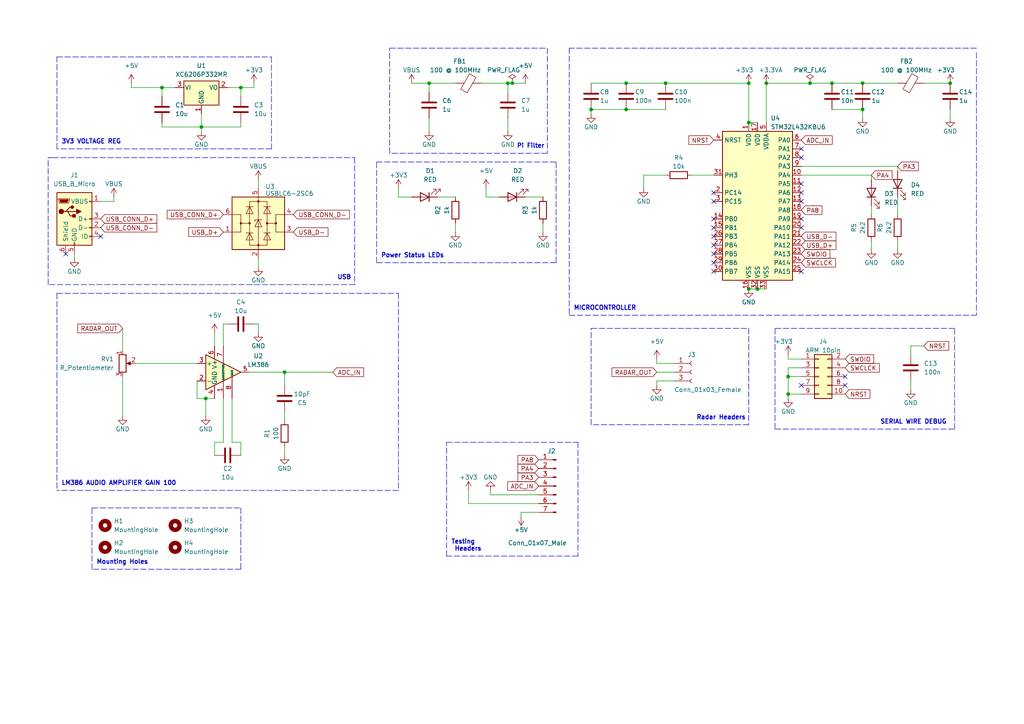
<source format=kicad_sch>
(kicad_sch (version 20231120) (generator "eeschema") (generator_version "8.0")
  (paper "A4")
  (title_block (title "STM32L4 Doppler Radar PCB") (date "2024-03-14") (rev "0") (company "University of Cape Town") (comment 1 "Author: Mishay Naidoo"))
  (lib_symbols
    (symbol "Amplifier_Audio:LM386" (pin_names (offset 0.127))
      (property "Reference" "U" (at 1.27 7.62 0))
      (property "Value" "LM386" (at 1.27 5.08 0))
      (symbol "LM386_0_1"
        (polyline (pts (xy 5.08 0) (xy -5.08 5.08) (xy -5.08 -5.08) (xy 5.08 0)) (stroke (width 0.254)) (fill (type background)))
      )
      (symbol "LM386_1_1"
        (pin input line (at 0 -7.62 90) (length 5.08) (name "GAIN") (number "1"))
        (pin input line (at -7.62 -2.54 0) (length 2.54) (name "-") (number "2"))
        (pin input line (at -7.62 2.54 0) (length 2.54) (name "+") (number "3"))
        (pin power_in line (at -2.54 -7.62 90) (length 3.81) (name "GND") (number "4"))
        (pin output line (at 7.62 0 180) (length 2.54) (name "~") (number "5"))
        (pin power_in line (at -2.54 7.62 270) (length 3.81) (name "V+") (number "6"))
        (pin input line (at 0 7.62 270) (length 5.08) (name "BYPASS") (number "7"))
        (pin input line (at 2.54 -7.62 90) (length 6.35) (name "GAIN") (number "8"))
      )
    )
    (symbol "Connector:Conn_01x03_Female" (pin_names (offset 1.016) hide)
      (property "Reference" "J" (at 0 5.08 0))
      (property "Value" "Conn_01x03_Female" (at 0 -5.08 0))
      (symbol "Conn_01x03_Female_1_1"
        (arc (start 0 -2.032) (mid -0.5058 -2.54) (end 0 -3.048) (stroke (width 0.1524)))
        (polyline (pts (xy -1.27 -2.54) (xy -0.508 -2.54)) (stroke (width 0.1524)))
        (polyline (pts (xy -1.27 0) (xy -0.508 0)) (stroke (width 0.1524)))
        (polyline (pts (xy -1.27 2.54) (xy -0.508 2.54)) (stroke (width 0.1524)))
        (arc (start 0 0.508) (mid -0.5058 0) (end 0 -0.508) (stroke (width 0.1524)))
        (arc (start 0 3.048) (mid -0.5058 2.54) (end 0 2.032) (stroke (width 0.1524)))
        (pin passive line (at -5.08 2.54 0) (length 3.81) (name "Pin_1") (number "1"))
        (pin passive line (at -5.08 0 0) (length 3.81) (name "Pin_2") (number "2"))
        (pin passive line (at -5.08 -2.54 0) (length 3.81) (name "Pin_3") (number "3"))
      )
    )
    (symbol "Connector:Conn_01x07_Male" (pin_names (offset 1.016) hide)
      (property "Reference" "J" (at 0 10.16 0))
      (property "Value" "Conn_01x07_Male" (at 0 -10.16 0))
      (symbol "Conn_01x07_Male_1_1"
        (polyline (pts (xy 1.27 -7.62) (xy 0.8636 -7.62)) (stroke (width 0.1524)))
        (polyline (pts (xy 1.27 -5.08) (xy 0.8636 -5.08)) (stroke (width 0.1524)))
        (polyline (pts (xy 1.27 -2.54) (xy 0.8636 -2.54)) (stroke (width 0.1524)))
        (polyline (pts (xy 1.27 0) (xy 0.8636 0)) (stroke (width 0.1524)))
        (polyline (pts (xy 1.27 2.54) (xy 0.8636 2.54)) (stroke (width 0.1524)))
        (polyline (pts (xy 1.27 5.08) (xy 0.8636 5.08)) (stroke (width 0.1524)))
        (polyline (pts (xy 1.27 7.62) (xy 0.8636 7.62)) (stroke (width 0.1524)))
        (rectangle (start 0.8636 -7.493) (end 0 -7.747) (stroke (width 0.1524)) (fill (type outline)))
        (rectangle (start 0.8636 -4.953) (end 0 -5.207) (stroke (width 0.1524)) (fill (type outline)))
        (rectangle (start 0.8636 -2.413) (end 0 -2.667) (stroke (width 0.1524)) (fill (type outline)))
        (rectangle (start 0.8636 0.127) (end 0 -0.127) (stroke (width 0.1524)) (fill (type outline)))
        (rectangle (start 0.8636 2.667) (end 0 2.413) (stroke (width 0.1524)) (fill (type outline)))
        (rectangle (start 0.8636 5.207) (end 0 4.953) (stroke (width 0.1524)) (fill (type outline)))
        (rectangle (start 0.8636 7.747) (end 0 7.493) (stroke (width 0.1524)) (fill (type outline)))
        (pin passive line (at 5.08 7.62 180) (length 3.81) (name "Pin_1") (number "1"))
        (pin passive line (at 5.08 5.08 180) (length 3.81) (name "Pin_2") (number "2"))
        (pin passive line (at 5.08 2.54 180) (length 3.81) (name "Pin_3") (number "3"))
        (pin passive line (at 5.08 0 180) (length 3.81) (name "Pin_4") (number "4"))
        (pin passive line (at 5.08 -2.54 180) (length 3.81) (name "Pin_5") (number "5"))
        (pin passive line (at 5.08 -5.08 180) (length 3.81) (name "Pin_6") (number "6"))
        (pin passive line (at 5.08 -7.62 180) (length 3.81) (name "Pin_7") (number "7"))
      )
    )
    (symbol "Connector:USB_B_Micro" (pin_names (offset 1.016))
      (property "Reference" "J" (at -5.08 11.43 0))
      (property "Value" "USB_B_Micro" (at -5.08 8.89 0))
      (symbol "USB_B_Micro_0_1"
        (rectangle (start -5.08 -7.62) (end 5.08 7.62) (stroke (width 0.254)) (fill (type background)))
        (circle (center -3.81 2.159) (radius 0.635) (stroke (width 0.254)) (fill (type outline)))
        (circle (center -0.635 3.429) (radius 0.381) (stroke (width 0.254)) (fill (type outline)))
        (rectangle (start -0.127 -7.62) (end 0.127 -6.858))
        (polyline (pts (xy -1.905 2.159) (xy 0.635 2.159)) (stroke (width 0.254)))
        (polyline (pts (xy -3.175 2.159) (xy -2.54 2.159) (xy -1.27 3.429) (xy -0.635 3.429)) (stroke (width 0.254)))
        (polyline (pts (xy -2.54 2.159) (xy -1.905 2.159) (xy -1.27 0.889) (xy 0 0.889)) (stroke (width 0.254)))
        (polyline (pts (xy 0.635 2.794) (xy 0.635 1.524) (xy 1.905 2.159) (xy 0.635 2.794)) (stroke (width 0.254)) (fill (type outline)))
        (polyline (pts (xy -4.318 5.588) (xy -1.778 5.588) (xy -2.032 4.826) (xy -4.064 4.826) (xy -4.318 5.588)) (fill (type outline)))
        (polyline (pts (xy -4.699 5.842) (xy -4.699 5.588) (xy -4.445 4.826) (xy -4.445 4.572) (xy -1.651 4.572) (xy -1.651 4.826) (xy -1.397 5.588) (xy -1.397 5.842) (xy -4.699 5.842)))
        (rectangle (start 0.254 1.27) (end -0.508 0.508) (stroke (width 0.254)) (fill (type outline)))
        (rectangle (start 5.08 -5.207) (end 4.318 -4.953))
        (rectangle (start 5.08 -2.667) (end 4.318 -2.413))
        (rectangle (start 5.08 -0.127) (end 4.318 0.127))
        (rectangle (start 5.08 4.953) (end 4.318 5.207))
      )
      (symbol "USB_B_Micro_1_1"
        (pin power_out line (at 7.62 5.08 180) (length 2.54) (name "VBUS") (number "1"))
        (pin bidirectional line (at 7.62 -2.54 180) (length 2.54) (name "D-") (number "2"))
        (pin bidirectional line (at 7.62 0 180) (length 2.54) (name "D+") (number "3"))
        (pin passive line (at 7.62 -5.08 180) (length 2.54) (name "ID") (number "4"))
        (pin power_out line (at 0 -10.16 90) (length 2.54) (name "GND") (number "5"))
        (pin passive line (at -2.54 -10.16 90) (length 2.54) (name "Shield") (number "6"))
      )
    )
    (symbol "Connector_Generic:Conn_02x05_Odd_Even" (pin_names (offset 1.016) hide)
      (property "Reference" "J" (at 1.27 7.62 0))
      (property "Value" "Conn_02x05_Odd_Even" (at 1.27 -7.62 0))
      (symbol "Conn_02x05_Odd_Even_1_1"
        (rectangle (start -1.27 -4.953) (end 0 -5.207) (stroke (width 0.1524)))
        (rectangle (start -1.27 -2.413) (end 0 -2.667) (stroke (width 0.1524)))
        (rectangle (start -1.27 0.127) (end 0 -0.127) (stroke (width 0.1524)))
        (rectangle (start -1.27 2.667) (end 0 2.413) (stroke (width 0.1524)))
        (rectangle (start -1.27 5.207) (end 0 4.953) (stroke (width 0.1524)))
        (rectangle (start -1.27 6.35) (end 3.81 -6.35) (stroke (width 0.254)) (fill (type background)))
        (rectangle (start 3.81 -4.953) (end 2.54 -5.207) (stroke (width 0.1524)))
        (rectangle (start 3.81 -2.413) (end 2.54 -2.667) (stroke (width 0.1524)))
        (rectangle (start 3.81 0.127) (end 2.54 -0.127) (stroke (width 0.1524)))
        (rectangle (start 3.81 2.667) (end 2.54 2.413) (stroke (width 0.1524)))
        (rectangle (start 3.81 5.207) (end 2.54 4.953) (stroke (width 0.1524)))
        (pin passive line (at -5.08 5.08 0) (length 3.81) (name "Pin_1") (number "1"))
        (pin passive line (at 7.62 -5.08 180) (length 3.81) (name "Pin_10") (number "10"))
        (pin passive line (at 7.62 5.08 180) (length 3.81) (name "Pin_2") (number "2"))
        (pin passive line (at -5.08 2.54 0) (length 3.81) (name "Pin_3") (number "3"))
        (pin passive line (at 7.62 2.54 180) (length 3.81) (name "Pin_4") (number "4"))
        (pin passive line (at -5.08 0 0) (length 3.81) (name "Pin_5") (number "5"))
        (pin passive line (at 7.62 0 180) (length 3.81) (name "Pin_6") (number "6"))
        (pin passive line (at -5.08 -2.54 0) (length 3.81) (name "Pin_7") (number "7"))
        (pin passive line (at 7.62 -2.54 180) (length 3.81) (name "Pin_8") (number "8"))
        (pin passive line (at -5.08 -5.08 0) (length 3.81) (name "Pin_9") (number "9"))
      )
    )
    (symbol "Device:C" (pin_numbers hide) (pin_names (offset 0.254))
      (property "Reference" "C" (at 0.635 2.54 0))
      (property "Value" "C" (at 0.635 -2.54 0))
      (symbol "C_0_1"
        (polyline (pts (xy -2.032 -0.762) (xy 2.032 -0.762)) (stroke (width 0.508)))
        (polyline (pts (xy -2.032 0.762) (xy 2.032 0.762)) (stroke (width 0.508)))
      )
      (symbol "C_1_1"
        (pin passive line (at 0 3.81 270) (length 2.794) (name "~") (number "1"))
        (pin passive line (at 0 -3.81 90) (length 2.794) (name "~") (number "2"))
      )
    )
    (symbol "Device:FerriteBead" (pin_numbers hide) (pin_names (offset 0))
      (property "Reference" "FB" (at -3.81 0.635 90))
      (property "Value" "FerriteBead" (at 3.81 0 90))
      (symbol "FerriteBead_0_1"
        (polyline (pts (xy 0 -1.27) (xy 0 -1.2192)))
        (polyline (pts (xy 0 1.27) (xy 0 1.2954)))
        (polyline (pts (xy -2.7686 0.4064) (xy -1.7018 2.2606) (xy 2.7686 -0.3048) (xy 1.6764 -2.159) (xy -2.7686 0.4064)))
      )
      (symbol "FerriteBead_1_1"
        (pin passive line (at 0 3.81 270) (length 2.54) (name "~") (number "1"))
        (pin passive line (at 0 -3.81 90) (length 2.54) (name "~") (number "2"))
      )
    )
    (symbol "Device:LED" (pin_numbers hide) (pin_names (offset 1.016) hide)
      (property "Reference" "D" (at 0 2.54 0))
      (property "Value" "LED" (at 0 -2.54 0))
      (symbol "LED_0_1"
        (polyline (pts (xy -1.27 -1.27) (xy -1.27 1.27)) (stroke (width 0.254)))
        (polyline (pts (xy -1.27 0) (xy 1.27 0)))
        (polyline (pts (xy 1.27 -1.27) (xy 1.27 1.27) (xy -1.27 0) (xy 1.27 -1.27)) (stroke (width 0.254)))
        (polyline (pts (xy -3.048 -0.762) (xy -4.572 -2.286) (xy -3.81 -2.286) (xy -4.572 -2.286) (xy -4.572 -1.524)))
        (polyline (pts (xy -1.778 -0.762) (xy -3.302 -2.286) (xy -2.54 -2.286) (xy -3.302 -2.286) (xy -3.302 -1.524)))
      )
      (symbol "LED_1_1"
        (pin passive line (at -3.81 0 0) (length 2.54) (name "K") (number "1"))
        (pin passive line (at 3.81 0 180) (length 2.54) (name "A") (number "2"))
      )
    )
    (symbol "Device:R" (pin_numbers hide) (pin_names (offset 0))
      (property "Reference" "R" (at 2.032 0 90))
      (property "Value" "R" (at 0 0 90))
      (symbol "R_0_1"
        (rectangle (start -1.016 -2.54) (end 1.016 2.54) (stroke (width 0.254)))
      )
      (symbol "R_1_1"
        (pin passive line (at 0 3.81 270) (length 1.27) (name "~") (number "1"))
        (pin passive line (at 0 -3.81 90) (length 1.27) (name "~") (number "2"))
      )
    )
    (symbol "Device:R_Potentiometer" (pin_names (offset 1.016) hide)
      (property "Reference" "RV" (at -4.445 0 90))
      (property "Value" "R_Potentiometer" (at -2.54 0 90))
      (symbol "R_Potentiometer_0_1"
        (polyline (pts (xy 2.54 0) (xy 1.524 0)))
        (polyline (pts (xy 1.143 0) (xy 2.286 0.508) (xy 2.286 -0.508) (xy 1.143 0)) (fill (type outline)))
        (rectangle (start 1.016 2.54) (end -1.016 -2.54) (stroke (width 0.254)))
      )
      (symbol "R_Potentiometer_1_1"
        (pin passive line (at 0 3.81 270) (length 1.27) (name "1") (number "1"))
        (pin passive line (at 3.81 0 180) (length 1.27) (name "2") (number "2"))
        (pin passive line (at 0 -3.81 90) (length 1.27) (name "3") (number "3"))
      )
    )
    (symbol "MCU_ST_STM32L4:STM32L432KBUx"
      (property "Reference" "U" (at -10.16 21.59 0))
      (property "Value" "STM32L432KBUx" (at 5.08 21.59 0))
      (symbol "STM32L432KBUx_0_1"
        (rectangle (start -10.16 -22.86) (end 10.16 20.32) (stroke (width 0.254)) (fill (type background)))
      )
      (symbol "STM32L432KBUx_1_1"
        (pin power_in line (at -2.54 22.86 270) (length 2.54) (name "VDD") (number "1"))
        (pin bidirectional line (at 12.7 7.62 180) (length 2.54) (name "PA4") (number "10"))
        (pin bidirectional line (at 12.7 5.08 180) (length 2.54) (name "PA5") (number "11"))
        (pin bidirectional line (at 12.7 2.54 180) (length 2.54) (name "PA6") (number "12"))
        (pin bidirectional line (at 12.7 0 180) (length 2.54) (name "PA7") (number "13"))
        (pin bidirectional line (at -12.7 -5.08 0) (length 2.54) (name "PB0") (number "14"))
        (pin bidirectional line (at -12.7 -7.62 0) (length 2.54) (name "PB1") (number "15"))
        (pin power_in line (at -2.54 -25.4 90) (length 2.54) (name "VSS") (number "16"))
        (pin power_in line (at 0 22.86 270) (length 2.54) (name "VDD") (number "17"))
        (pin bidirectional line (at 12.7 -2.54 180) (length 2.54) (name "PA8") (number "18"))
        (pin bidirectional line (at 12.7 -5.08 180) (length 2.54) (name "PA9") (number "19"))
        (pin bidirectional line (at -12.7 2.54 0) (length 2.54) (name "PC14") (number "2"))
        (pin bidirectional line (at 12.7 -7.62 180) (length 2.54) (name "PA10") (number "20"))
        (pin bidirectional line (at 12.7 -10.16 180) (length 2.54) (name "PA11") (number "21"))
        (pin bidirectional line (at 12.7 -12.7 180) (length 2.54) (name "PA12") (number "22"))
        (pin bidirectional line (at 12.7 -15.24 180) (length 2.54) (name "PA13") (number "23"))
        (pin bidirectional line (at 12.7 -17.78 180) (length 2.54) (name "PA14") (number "24"))
        (pin bidirectional line (at 12.7 -20.32 180) (length 2.54) (name "PA15") (number "25"))
        (pin bidirectional line (at -12.7 -10.16 0) (length 2.54) (name "PB3") (number "26"))
        (pin bidirectional line (at -12.7 -12.7 0) (length 2.54) (name "PB4") (number "27"))
        (pin bidirectional line (at -12.7 -15.24 0) (length 2.54) (name "PB5") (number "28"))
        (pin bidirectional line (at -12.7 -17.78 0) (length 2.54) (name "PB6") (number "29"))
        (pin bidirectional line (at -12.7 0 0) (length 2.54) (name "PC15") (number "3"))
        (pin bidirectional line (at -12.7 -20.32 0) (length 2.54) (name "PB7") (number "30"))
        (pin bidirectional line (at -12.7 7.62 0) (length 2.54) (name "PH3") (number "31"))
        (pin power_in line (at 0 -25.4 90) (length 2.54) (name "VSS") (number "32"))
        (pin power_in line (at 2.54 -25.4 90) (length 2.54) (name "VSS") (number "33"))
        (pin input line (at -12.7 17.78 0) (length 2.54) (name "NRST") (number "4"))
        (pin power_in line (at 2.54 22.86 270) (length 2.54) (name "VDDA") (number "5"))
        (pin bidirectional line (at 12.7 17.78 180) (length 2.54) (name "PA0") (number "6"))
        (pin bidirectional line (at 12.7 15.24 180) (length 2.54) (name "PA1") (number "7"))
        (pin bidirectional line (at 12.7 12.7 180) (length 2.54) (name "PA2") (number "8"))
        (pin bidirectional line (at 12.7 10.16 180) (length 2.54) (name "PA3") (number "9"))
      )
    )
    (symbol "Mechanical:MountingHole" (pin_names (offset 1.016))
      (property "Reference" "H" (at 0 5.08 0))
      (property "Value" "MountingHole" (at 0 3.175 0))
      (symbol "MountingHole_0_1"
        (circle (center 0 0) (radius 1.27) (stroke (width 1.27)))
      )
    )
    (symbol "Power_Protection:USBLC6-2SC6" (pin_names hide)
      (property "Reference" "U" (at 2.54 8.89 0))
      (property "Value" "USBLC6-2SC6" (at 2.54 -8.89 0))
      (symbol "USBLC6-2SC6_0_1"
        (rectangle (start -7.62 -7.62) (end 7.62 7.62) (stroke (width 0.254)) (fill (type background)))
        (circle (center -5.08 0) (radius 0.254) (fill (type outline)))
        (circle (center -2.54 0) (radius 0.254) (fill (type outline)))
        (rectangle (start -2.54 6.35) (end 2.54 -6.35))
        (circle (center 0 -6.35) (radius 0.254) (fill (type outline)))
        (polyline (pts (xy -5.08 -2.54) (xy -7.62 -2.54)))
        (polyline (pts (xy -5.08 0) (xy -5.08 -2.54)))
        (polyline (pts (xy -5.08 2.54) (xy -7.62 2.54)))
        (polyline (pts (xy -1.524 -2.794) (xy -3.556 -2.794)))
        (polyline (pts (xy -1.524 4.826) (xy -3.556 4.826)))
        (polyline (pts (xy 0 -7.62) (xy 0 -6.35)))
        (polyline (pts (xy 0 -6.35) (xy 0 1.27)))
        (polyline (pts (xy 0 1.27) (xy 0 6.35)))
        (polyline (pts (xy 0 6.35) (xy 0 7.62)))
        (polyline (pts (xy 1.524 -2.794) (xy 3.556 -2.794)))
        (polyline (pts (xy 1.524 4.826) (xy 3.556 4.826)))
        (polyline (pts (xy 5.08 -2.54) (xy 7.62 -2.54)))
        (polyline (pts (xy 5.08 0) (xy 5.08 -2.54)))
        (polyline (pts (xy 5.08 2.54) (xy 7.62 2.54)))
        (polyline (pts (xy -2.54 0) (xy -5.08 0) (xy -5.08 2.54)))
        (polyline (pts (xy 2.54 0) (xy 5.08 0) (xy 5.08 2.54)))
        (polyline (pts (xy -3.556 -4.826) (xy -1.524 -4.826) (xy -2.54 -2.794) (xy -3.556 -4.826)))
        (polyline (pts (xy -3.556 2.794) (xy -1.524 2.794) (xy -2.54 4.826) (xy -3.556 2.794)))
        (polyline (pts (xy -1.016 -1.016) (xy 1.016 -1.016) (xy 0 1.016) (xy -1.016 -1.016)))
        (polyline (pts (xy 1.016 1.016) (xy 0.762 1.016) (xy -1.016 1.016) (xy -1.016 0.508)))
        (polyline (pts (xy 3.556 -4.826) (xy 1.524 -4.826) (xy 2.54 -2.794) (xy 3.556 -4.826)))
        (polyline (pts (xy 3.556 2.794) (xy 1.524 2.794) (xy 2.54 4.826) (xy 3.556 2.794)))
        (circle (center 0 6.35) (radius 0.254) (fill (type outline)))
        (circle (center 2.54 0) (radius 0.254) (fill (type outline)))
        (circle (center 5.08 0) (radius 0.254) (fill (type outline)))
      )
      (symbol "USBLC6-2SC6_1_1"
        (pin passive line (at -10.16 -2.54 0) (length 2.54) (name "I/O1") (number "1"))
        (pin passive line (at 0 -10.16 90) (length 2.54) (name "GND") (number "2"))
        (pin passive line (at 10.16 -2.54 180) (length 2.54) (name "I/O2") (number "3"))
        (pin passive line (at 10.16 2.54 180) (length 2.54) (name "I/O2") (number "4"))
        (pin passive line (at 0 10.16 270) (length 2.54) (name "VBUS") (number "5"))
        (pin passive line (at -10.16 2.54 0) (length 2.54) (name "I/O1") (number "6"))
      )
    )
    (symbol "Regulator_Linear:XC6206PxxxMR" (pin_names (offset 0.254))
      (property "Reference" "U" (at -3.81 3.175 0))
      (property "Value" "XC6206PxxxMR" (at 0 3.175 0))
      (symbol "XC6206PxxxMR_0_1"
        (rectangle (start -5.08 1.905) (end 5.08 -5.08) (stroke (width 0.254)) (fill (type background)))
      )
      (symbol "XC6206PxxxMR_1_1"
        (pin power_in line (at 0 -7.62 90) (length 2.54) (name "GND") (number "1"))
        (pin power_out line (at 7.62 0 180) (length 2.54) (name "VO") (number "2"))
        (pin power_in line (at -7.62 0 0) (length 2.54) (name "VI") (number "3"))
      )
    )
    (symbol "power:+3.3VA" (power) (pin_names (offset 0))
      (property "Value" "+3.3VA" (at 0 3.556 0))
      (symbol "+3.3VA_0_1"
        (polyline (pts (xy -0.762 1.27) (xy 0 2.54)))
        (polyline (pts (xy 0 0) (xy 0 2.54)))
        (polyline (pts (xy 0 2.54) (xy 0.762 1.27)))
      )
      (symbol "+3.3VA_1_1"
        (pin power_in line (at 0 0 90) (length 0) hide (name "+3.3VA") (number "1"))
      )
    )
    (symbol "power:+3V3" (power) (pin_names (offset 0))
      (property "Value" "+3V3" (at 0 3.556 0))
      (symbol "+3V3_0_1"
        (polyline (pts (xy -0.762 1.27) (xy 0 2.54)))
        (polyline (pts (xy 0 0) (xy 0 2.54)))
        (polyline (pts (xy 0 2.54) (xy 0.762 1.27)))
      )
      (symbol "+3V3_1_1"
        (pin power_in line (at 0 0 90) (length 0) hide (name "+3V3") (number "1"))
      )
    )
    (symbol "power:+5V" (power) (pin_names (offset 0))
      (property "Value" "+5V" (at 0 3.556 0))
      (symbol "+5V_0_1"
        (polyline (pts (xy -0.762 1.27) (xy 0 2.54)))
        (polyline (pts (xy 0 0) (xy 0 2.54)))
        (polyline (pts (xy 0 2.54) (xy 0.762 1.27)))
      )
      (symbol "+5V_1_1"
        (pin power_in line (at 0 0 90) (length 0) hide (name "+5V") (number "1"))
      )
    )
    (symbol "power:GND" (power) (pin_names (offset 0))
      (property "Value" "GND" (at 0 -3.81 0))
      (symbol "GND_0_1"
        (polyline (pts (xy 0 0) (xy 0 -1.27) (xy 1.27 -1.27) (xy 0 -2.54) (xy -1.27 -1.27) (xy 0 -1.27)))
      )
      (symbol "GND_1_1"
        (pin power_in line (at 0 0 270) (length 0) hide (name "GND") (number "1"))
      )
    )
    (symbol "power:PWR_FLAG" (power) (pin_numbers hide) (pin_names (offset 0) hide)
      (property "Value" "PWR_FLAG" (at 0 3.81 0))
      (symbol "PWR_FLAG_0_0"
        (pin power_out line (at 0 0 90) (length 0) (name "pwr") (number "1"))
      )
      (symbol "PWR_FLAG_0_1"
        (polyline (pts (xy 0 0) (xy 0 1.27) (xy -1.016 1.905) (xy 0 2.54) (xy 1.016 1.905) (xy 0 1.27)))
      )
    )
    (symbol "power:VBUS" (power) (pin_names (offset 0))
      (property "Value" "VBUS" (at 0 3.81 0))
      (symbol "VBUS_0_1"
        (polyline (pts (xy -0.762 1.27) (xy 0 2.54)))
        (polyline (pts (xy 0 0) (xy 0 2.54)))
        (polyline (pts (xy 0 2.54) (xy 0.762 1.27)))
      )
      (symbol "VBUS_1_1"
        (pin power_in line (at 0 0 90) (length 0) hide (name "VBUS") (number "1"))
      )
    )
  )
  (junction (at 124.46 24.13))
  (junction (at 148.59 24.13))
  (junction (at 250.19 24.13))
  (junction (at 58.42 36.83))
  (junction (at 46.99 25.4))
  (junction (at 228.6 114.3))
  (junction (at 250.19 31.75))
  (junction (at 217.17 24.13))
  (junction (at 82.55 107.95))
  (junction (at 275.59 24.13))
  (junction (at 69.85 25.4))
  (junction (at 181.61 31.75))
  (junction (at 171.45 31.75))
  (junction (at 193.04 24.13))
  (junction (at 241.3 24.13))
  (junction (at 217.17 83.82))
  (junction (at 228.6 109.22))
  (junction (at 59.69 115.57))
  (junction (at 234.95 24.13))
  (junction (at 217.17 35.56))
  (junction (at 219.71 83.82))
  (junction (at 181.61 24.13))
  (junction (at 147.32 24.13))
  (junction (at 222.25 24.13))
  (no_connect (at 29.21 68.58))
  (no_connect (at 207.01 58.42))
  (no_connect (at 207.01 55.88))
  (no_connect (at 232.41 66.04))
  (no_connect (at 232.41 63.5))
  (no_connect (at 232.41 43.18))
  (no_connect (at 232.41 53.34))
  (no_connect (at 232.41 45.72))
  (no_connect (at 232.41 58.42))
  (no_connect (at 232.41 55.88))
  (no_connect (at 207.01 66.04))
  (no_connect (at 207.01 63.5))
  (no_connect (at 207.01 71.12))
  (no_connect (at 207.01 68.58))
  (no_connect (at 207.01 73.66))
  (no_connect (at 207.01 78.74))
  (no_connect (at 232.41 78.74))
  (no_connect (at 207.01 76.2))
  (no_connect (at 245.11 111.76))
  (no_connect (at 245.11 109.22))
  (no_connect (at 232.41 111.76))
  (no_connect (at 19.05 73.66))
  (polyline (pts (xy 217.17 95.25) (xy 217.17 123.19)) (stroke (width 0) (type dash)))
  (wire (pts (xy 46.99 36.83) (xy 58.42 36.83)))
  (polyline (pts (xy 217.17 123.19) (xy 171.45 123.19)) (stroke (width 0) (type dash)))
  (polyline (pts (xy 13.97 45.72) (xy 15.24 45.72)) (stroke (width 0) (type dash)))
  (wire (pts (xy 250.19 24.13) (xy 260.35 24.13)))
  (wire (pts (xy 250.19 31.75) (xy 250.19 34.29)))
  (polyline (pts (xy 171.45 123.19) (xy 171.45 95.25)) (stroke (width 0) (type dash)))
  (wire (pts (xy 35.56 109.22) (xy 35.56 120.65)))
  (wire (pts (xy 59.69 115.57) (xy 59.69 120.65)))
  (polyline (pts (xy 16.51 43.18) (xy 16.51 16.51)) (stroke (width 0) (type dash)))
  (wire (pts (xy 217.17 83.82) (xy 219.71 83.82)))
  (wire (pts (xy 217.17 35.56) (xy 219.71 35.56)))
  (wire (pts (xy 124.46 26.67) (xy 124.46 24.13)))
  (wire (pts (xy 69.85 35.56) (xy 69.85 36.83)))
  (wire (pts (xy 64.77 93.98) (xy 66.04 93.98)))
  (wire (pts (xy 222.25 24.13) (xy 222.25 35.56)))
  (polyline (pts (xy 224.79 124.46) (xy 276.86 124.46)) (stroke (width 0) (type dash)))
  (wire (pts (xy 181.61 31.75) (xy 193.04 31.75)))
  (wire (pts (xy 190.5 107.95) (xy 195.58 107.95)))
  (wire (pts (xy 147.32 24.13) (xy 148.59 24.13)))
  (wire (pts (xy 69.85 25.4) (xy 69.85 27.94)))
  (wire (pts (xy 74.93 52.07) (xy 74.93 54.61)))
  (wire (pts (xy 171.45 24.13) (xy 181.61 24.13)))
  (polyline (pts (xy 283.21 13.97) (xy 165.1 13.97)) (stroke (width 0) (type dash)))
  (wire (pts (xy 58.42 36.83) (xy 58.42 38.1)))
  (wire (pts (xy 62.23 96.52) (xy 62.23 100.33)))
  (polyline (pts (xy 13.97 82.55) (xy 13.97 45.72)) (stroke (width 0) (type dash)))
  (polyline (pts (xy 26.67 147.32) (xy 69.85 147.32)) (stroke (width 0) (type dash)))
  (wire (pts (xy 232.41 50.8) (xy 252.73 50.8)))
  (wire (pts (xy 115.57 54.61) (xy 115.57 57.15)))
  (wire (pts (xy 228.6 114.3) (xy 228.6 109.22)))
  (wire (pts (xy 217.17 24.13) (xy 217.17 35.56)))
  (wire (pts (xy 232.41 48.26) (xy 260.35 48.26)))
  (wire (pts (xy 69.85 36.83) (xy 58.42 36.83)))
  (wire (pts (xy 234.95 24.13) (xy 241.3 24.13)))
  (wire (pts (xy 222.25 24.13) (xy 234.95 24.13)))
  (wire (pts (xy 124.46 24.13) (xy 132.08 24.13)))
  (polyline (pts (xy 16.51 85.09) (xy 115.57 85.09)) (stroke (width 0) (type dash)))
  (wire (pts (xy 62.23 128.27) (xy 62.23 132.08)))
  (wire (pts (xy 219.71 83.82) (xy 222.25 83.82)))
  (wire (pts (xy 267.97 100.33) (xy 264.16 100.33)))
  (wire (pts (xy 252.73 50.8) (xy 252.73 52.07)))
  (polyline (pts (xy 26.67 165.1) (xy 26.67 147.32)) (stroke (width 0) (type dash)))
  (wire (pts (xy 193.04 24.13) (xy 217.17 24.13)))
  (wire (pts (xy 74.93 74.93) (xy 74.93 77.47)))
  (polyline (pts (xy 224.79 95.25) (xy 224.79 124.46)) (stroke (width 0) (type dash)))
  (wire (pts (xy 264.16 110.49) (xy 264.16 113.03)))
  (wire (pts (xy 57.15 115.57) (xy 59.69 115.57)))
  (polyline (pts (xy 129.54 128.27) (xy 167.64 128.27)) (stroke (width 0) (type dash)))
  (wire (pts (xy 64.77 115.57) (xy 64.77 128.27)))
  (wire (pts (xy 132.08 64.77) (xy 132.08 67.31)))
  (polyline (pts (xy 78.74 43.18) (xy 16.51 43.18)) (stroke (width 0) (type dash)))
  (polyline (pts (xy 16.51 85.09) (xy 16.51 142.24)) (stroke (width 0) (type dash)))
  (wire (pts (xy 135.89 142.24) (xy 135.89 146.05)))
  (wire (pts (xy 181.61 24.13) (xy 193.04 24.13)))
  (wire (pts (xy 127 57.15) (xy 132.08 57.15)))
  (wire (pts (xy 82.55 129.54) (xy 82.55 132.08)))
  (wire (pts (xy 82.55 107.95) (xy 96.52 107.95)))
  (polyline (pts (xy 78.74 16.51) (xy 78.74 43.18)) (stroke (width 0) (type dash)))
  (wire (pts (xy 67.31 115.57) (xy 67.31 128.27)))
  (wire (pts (xy 228.6 102.87) (xy 228.6 104.14)))
  (wire (pts (xy 228.6 109.22) (xy 228.6 106.68)))
  (wire (pts (xy 140.97 57.15) (xy 144.78 57.15)))
  (wire (pts (xy 151.13 148.59) (xy 156.21 148.59)))
  (wire (pts (xy 59.69 115.57) (xy 62.23 115.57)))
  (polyline (pts (xy 161.29 76.2) (xy 109.22 76.2)) (stroke (width 0) (type dash)))
  (wire (pts (xy 35.56 95.25) (xy 35.56 101.6)))
  (wire (pts (xy 186.69 50.8) (xy 193.04 50.8)))
  (wire (pts (xy 186.69 50.8) (xy 186.69 54.61)))
  (wire (pts (xy 190.5 111.76) (xy 190.5 110.49)))
  (wire (pts (xy 228.6 104.14) (xy 232.41 104.14)))
  (polyline (pts (xy 102.87 45.72) (xy 102.87 82.55)) (stroke (width 0) (type dash)))
  (wire (pts (xy 69.85 132.08) (xy 69.85 128.27)))
  (wire (pts (xy 228.6 106.68) (xy 232.41 106.68)))
  (wire (pts (xy 190.5 110.49) (xy 195.58 110.49)))
  (wire (pts (xy 147.32 26.67) (xy 147.32 24.13)))
  (wire (pts (xy 73.66 25.4) (xy 73.66 24.13)))
  (polyline (pts (xy 115.57 85.09) (xy 115.57 142.24)) (stroke (width 0) (type dash)))
  (polyline (pts (xy 69.85 147.32) (xy 69.85 165.1)) (stroke (width 0) (type dash)))
  (wire (pts (xy 147.32 34.29) (xy 147.32 38.1)))
  (polyline (pts (xy 109.22 76.2) (xy 109.22 46.99)) (stroke (width 0) (type dash)))
  (wire (pts (xy 200.66 50.8) (xy 207.01 50.8)))
  (wire (pts (xy 69.85 128.27) (xy 67.31 128.27)))
  (wire (pts (xy 228.6 109.22) (xy 232.41 109.22)))
  (wire (pts (xy 241.3 31.75) (xy 250.19 31.75)))
  (wire (pts (xy 82.55 107.95) (xy 82.55 111.76)))
  (polyline (pts (xy 15.24 45.72) (xy 102.87 45.72)) (stroke (width 0) (type dash)))
  (wire (pts (xy 33.02 58.42) (xy 33.02 57.15)))
  (polyline (pts (xy 16.51 16.51) (xy 78.74 16.51)) (stroke (width 0) (type dash)))
  (wire (pts (xy 119.38 24.13) (xy 124.46 24.13)))
  (wire (pts (xy 72.39 107.95) (xy 82.55 107.95)))
  (polyline (pts (xy 158.75 13.97) (xy 158.75 44.45)) (stroke (width 0) (type dash)))
  (polyline (pts (xy 276.86 95.25) (xy 224.79 95.25)) (stroke (width 0) (type dash)))
  (wire (pts (xy 57.15 110.49) (xy 57.15 115.57)))
  (wire (pts (xy 58.42 33.02) (xy 58.42 36.83)))
  (wire (pts (xy 171.45 31.75) (xy 171.45 33.02)))
  (polyline (pts (xy 109.22 46.99) (xy 161.29 46.99)) (stroke (width 0) (type dash)))
  (wire (pts (xy 142.24 143.51) (xy 156.21 143.51)))
  (wire (pts (xy 228.6 115.57) (xy 228.6 114.3)))
  (wire (pts (xy 241.3 24.13) (xy 250.19 24.13)))
  (wire (pts (xy 195.58 105.41) (xy 190.5 105.41)))
  (polyline (pts (xy 283.21 15.24) (xy 283.21 91.44)) (stroke (width 0) (type dash)))
  (wire (pts (xy 140.97 54.61) (xy 140.97 57.15)))
  (wire (pts (xy 66.04 25.4) (xy 69.85 25.4)))
  (polyline (pts (xy 113.03 13.97) (xy 158.75 13.97)) (stroke (width 0) (type dash)))
  (wire (pts (xy 46.99 35.56) (xy 46.99 36.83)))
  (wire (pts (xy 171.45 31.75) (xy 181.61 31.75)))
  (polyline (pts (xy 167.64 128.27) (xy 167.64 161.29)) (stroke (width 0) (type dash)))
  (polyline (pts (xy 161.29 46.99) (xy 161.29 76.2)) (stroke (width 0) (type dash)))
  (wire (pts (xy 74.93 96.52) (xy 74.93 93.98)))
  (wire (pts (xy 46.99 25.4) (xy 50.8 25.4)))
  (wire (pts (xy 21.59 73.66) (xy 21.59 74.93)))
  (wire (pts (xy 74.93 93.98) (xy 73.66 93.98)))
  (wire (pts (xy 124.46 34.29) (xy 124.46 38.1)))
  (wire (pts (xy 275.59 31.75) (xy 275.59 34.29)))
  (wire (pts (xy 152.4 57.15) (xy 157.48 57.15)))
  (wire (pts (xy 147.32 24.13) (xy 139.7 24.13)))
  (polyline (pts (xy 115.57 142.24) (xy 16.51 142.24)) (stroke (width 0) (type dash)))
  (wire (pts (xy 157.48 64.77) (xy 157.48 67.31)))
  (wire (pts (xy 39.37 105.41) (xy 57.15 105.41)))
  (wire (pts (xy 260.35 57.15) (xy 260.35 62.23)))
  (wire (pts (xy 38.1 25.4) (xy 38.1 24.13)))
  (wire (pts (xy 252.73 69.85) (xy 252.73 72.39)))
  (wire (pts (xy 135.89 146.05) (xy 156.21 146.05)))
  (wire (pts (xy 190.5 105.41) (xy 190.5 104.14)))
  (wire (pts (xy 46.99 25.4) (xy 46.99 27.94)))
  (wire (pts (xy 29.21 58.42) (xy 33.02 58.42)))
  (polyline (pts (xy 102.87 82.55) (xy 13.97 82.55)) (stroke (width 0) (type dash)))
  (wire (pts (xy 275.59 24.13) (xy 267.97 24.13)))
  (polyline (pts (xy 165.1 13.97) (xy 165.1 91.44)) (stroke (width 0) (type dash)))
  (wire (pts (xy 64.77 100.33) (xy 64.77 93.98)))
  (polyline (pts (xy 129.54 161.29) (xy 129.54 128.27)) (stroke (width 0) (type dash)))
  (wire (pts (xy 142.24 142.24) (xy 142.24 143.51)))
  (wire (pts (xy 264.16 100.33) (xy 264.16 102.87)))
  (wire (pts (xy 260.35 69.85) (xy 260.35 72.39)))
  (polyline (pts (xy 113.03 44.45) (xy 113.03 13.97)) (stroke (width 0) (type dash)))
  (polyline (pts (xy 158.75 44.45) (xy 113.03 44.45)) (stroke (width 0) (type dash)))
  (polyline (pts (xy 69.85 165.1) (xy 26.67 165.1)) (stroke (width 0) (type dash)))
  (wire (pts (xy 64.77 128.27) (xy 62.23 128.27)))
  (wire (pts (xy 46.99 25.4) (xy 38.1 25.4)))
  (wire (pts (xy 252.73 59.69) (xy 252.73 62.23)))
  (wire (pts (xy 148.59 24.13) (xy 152.4 24.13)))
  (wire (pts (xy 82.55 119.38) (xy 82.55 121.92)))
  (polyline (pts (xy 165.1 91.44) (xy 283.21 91.44)) (stroke (width 0) (type dash)))
  (polyline (pts (xy 167.64 161.29) (xy 129.54 161.29)) (stroke (width 0) (type dash)))
  (polyline (pts (xy 276.86 124.46) (xy 276.86 95.25)) (stroke (width 0) (type dash)))
  (wire (pts (xy 260.35 48.26) (xy 260.35 49.53)))
  (wire (pts (xy 228.6 114.3) (xy 232.41 114.3)))
  (polyline (pts (xy 171.45 95.25) (xy 217.17 95.25)) (stroke (width 0) (type dash)))
  (wire (pts (xy 115.57 57.15) (xy 119.38 57.15)))
  (wire (pts (xy 69.85 25.4) (xy 73.66 25.4)))
  (wire (pts (xy 151.13 149.86) (xy 151.13 148.59)))
  (text "LM386 AUDIO AMPLIFIER GAIN 100" (at 17.78 140.97 0) (effects (font (size 1.27 1.27) (thickness 0.254) (bold yes)) (justify left bottom)))
  (text "USB \n" (at 97.79 81.28 0) (effects (font (size 1.27 1.27) (thickness 0.254) (bold yes)) (justify left bottom)))
  (text "Power Status LEDs" (at 110.49 74.93 0) (effects (font (size 1.27 1.27) (bold yes)) (justify left bottom)))
  (text "Testing\n Headers" (at 130.81 160.02 0) (effects (font (size 1.27 1.27) (bold yes)) (justify left bottom)))
  (text "SERIAL WIRE DEBUG\n" (at 255.27 123.19 0) (effects (font (size 1.27 1.27) (thickness 0.254) (bold yes)) (justify left bottom)))
  (text "MICROCONTROLLER\n" (at 166.37 90.17 0) (effects (font (size 1.27 1.27) (thickness 0.254) (bold yes)) (justify left bottom)))
  (text "Pi Filter" (at 149.86 43.18 0) (effects (font (size 1.27 1.27) (thickness 0.254) (bold yes)) (justify left bottom)))
  (text "3V3 VOLTAGE REG\n" (at 17.78 41.91 0) (effects (font (size 1.27 1.27) (thickness 0.254) (bold yes)) (justify left bottom)))
  (text "Mounting Holes\n" (at 27.94 163.83 0) (effects (font (size 1.27 1.27) (bold yes)) (justify left bottom)))
  (text "Radar Headers" (at 201.93 121.92 0) (effects (font (size 1.27 1.27) (bold yes)) (justify left bottom)))
  (global_label "USB_CONN_D-" (shape input) (at 85.09 62.23 0) (property "Intersheetrefs" "${INTERSHEET_REFS}" (effects (hide yes))))
  (global_label "NRST" (shape input) (at 245.11 114.3 0) (property "Intersheetrefs" "${INTERSHEET_REFS}" (effects (hide yes))))
  (global_label "ADC_IN" (shape input) (at 96.52 107.95 0) (property "Intersheetrefs" "${INTERSHEET_REFS}" (effects (hide yes))))
  (global_label "PA8" (shape input) (at 232.41 60.96 0) (property "Intersheetrefs" "${INTERSHEET_REFS}" (effects (hide yes))))
  (global_label "NRST" (shape input) (at 207.01 40.64 180) (property "Intersheetrefs" "${INTERSHEET_REFS}" (effects (hide yes))))
  (global_label "RADAR_OUT" (shape input) (at 190.5 107.95 180) (property "Intersheetrefs" "${INTERSHEET_REFS}" (effects (hide yes))))
  (global_label "RADAR_OUT" (shape input) (at 35.56 95.25 180) (property "Intersheetrefs" "${INTERSHEET_REFS}" (effects (hide yes))))
  (global_label "USB_D+" (shape input) (at 64.77 67.31 180) (property "Intersheetrefs" "${INTERSHEET_REFS}" (effects (hide yes))))
  (global_label "USB_CONN_D+" (shape input) (at 29.21 63.5 0) (property "Intersheetrefs" "${INTERSHEET_REFS}" (effects (hide yes))))
  (global_label "ADC_IN" (shape input) (at 156.21 140.97 180) (property "Intersheetrefs" "${INTERSHEET_REFS}" (effects (hide yes))))
  (global_label "NRST" (shape input) (at 267.97 100.33 0) (property "Intersheetrefs" "${INTERSHEET_REFS}" (effects (hide yes))))
  (global_label "PA4" (shape input) (at 156.21 135.89 180) (property "Intersheetrefs" "${INTERSHEET_REFS}" (effects (hide yes))))
  (global_label "USB_D-" (shape input) (at 85.09 67.31 0) (property "Intersheetrefs" "${INTERSHEET_REFS}" (effects (hide yes))))
  (global_label "USB_CONN_D+" (shape input) (at 64.77 62.23 180) (property "Intersheetrefs" "${INTERSHEET_REFS}" (effects (hide yes))))
  (global_label "PA4" (shape input) (at 252.73 50.8 0) (property "Intersheetrefs" "${INTERSHEET_REFS}" (effects (hide yes))))
  (global_label "USB_D+" (shape input) (at 232.41 71.12 0) (property "Intersheetrefs" "${INTERSHEET_REFS}" (effects (hide yes))))
  (global_label "PA3" (shape input) (at 156.21 138.43 180) (property "Intersheetrefs" "${INTERSHEET_REFS}" (effects (hide yes))))
  (global_label "SWDIO" (shape input) (at 245.11 104.14 0) (property "Intersheetrefs" "${INTERSHEET_REFS}" (effects (hide yes))))
  (global_label "USB_CONN_D-" (shape input) (at 29.21 66.04 0) (property "Intersheetrefs" "${INTERSHEET_REFS}" (effects (hide yes))))
  (global_label "SWCLCK" (shape input) (at 232.41 76.2 0) (property "Intersheetrefs" "${INTERSHEET_REFS}" (effects (hide yes))))
  (global_label "PA3" (shape input) (at 260.35 48.26 0) (property "Intersheetrefs" "${INTERSHEET_REFS}" (effects (hide yes))))
  (global_label "PA8" (shape input) (at 156.21 133.35 180) (property "Intersheetrefs" "${INTERSHEET_REFS}" (effects (hide yes))))
  (global_label "USB_D-" (shape input) (at 232.41 68.58 0) (property "Intersheetrefs" "${INTERSHEET_REFS}" (effects (hide yes))))
  (global_label "ADC_IN" (shape input) (at 232.41 40.64 0) (property "Intersheetrefs" "${INTERSHEET_REFS}" (effects (hide yes))))
  (global_label "SWDIO" (shape input) (at 232.41 73.66 0) (property "Intersheetrefs" "${INTERSHEET_REFS}" (effects (hide yes))))
  (global_label "SWCLCK" (shape input) (at 245.11 106.68 0) (property "Intersheetrefs" "${INTERSHEET_REFS}" (effects (hide yes))))
  (symbol (lib_id "Device:C") (at 264.16 106.68 0) (unit 1)
    (property "Reference" "C13" (at 267.97 105.4099 0) (effects (justify left)))
    (property "Value" "100n" (at 267.97 107.9499 0) (effects (justify left)))
    (property "Footprint" "Capacitor_SMD:C_0402_1005Metric" (effects (hide yes)))
  )
  (symbol (lib_id "power:PWR_FLAG") (at 234.95 24.13 0) (unit 1)
    (property "Reference" "#FLG02" (effects (hide yes)))
    (property "Value" "PWR_FLAG" (at 234.95 20.32 0))
  )
  (symbol (lib_id "Device:C") (at 193.04 27.94 0) (unit 1)
    (property "Reference" "C10" (at 195.58 26.67 0) (effects (justify left)))
    (property "Value" "100n" (at 195.58 29.21 0) (effects (justify left)))
    (property "Footprint" "Capacitor_SMD:C_0402_1005Metric" (effects (hide yes)))
  )
  (symbol (lib_id "Mechanical:MountingHole") (at 50.8 158.75 0) (unit 1)
    (property "Reference" "H4" (at 53.34 157.4799 0) (effects (justify left)))
    (property "Value" "MountingHole" (at 53.34 160.0199 0) (effects (justify left)))
    (property "Footprint" "MountingHole:MountingHole_2.2mm_M2" (effects (hide yes)))
  )
  (symbol (lib_id "power:+5V") (at 140.97 54.61 0) (unit 1)
    (property "Reference" "#PWR018" (effects (hide yes)))
    (property "Value" "+5V" (at 140.97 49.53 0))
  )
  (symbol (lib_id "Device:R") (at 252.73 66.04 180) (unit 1)
    (property "Reference" "R5" (at 247.65 66.04 90))
    (property "Value" "2k2" (at 250.19 66.04 90))
    (property "Footprint" "Resistor_SMD:R_0402_1005Metric" (effects (hide yes)))
  )
  (symbol (lib_id "Device:C") (at 82.55 115.57 180) (unit 1)
    (property "Reference" "C5" (at 87.63 116.84 0))
    (property "Value" "10pF" (at 87.63 114.3 0))
    (property "Footprint" "Capacitor_SMD:C_0402_1005Metric" (effects (hide yes)))
  )
  (symbol (lib_id "Device:C") (at 275.59 27.94 0) (unit 1)
    (property "Reference" "C14" (at 278.13 26.67 0) (effects (justify left)))
    (property "Value" "1u" (at 278.13 29.21 0) (effects (justify left)))
    (property "Footprint" "Capacitor_SMD:C_0603_1608Metric" (effects (hide yes)))
  )
  (symbol (lib_id "power:VBUS") (at 33.02 57.15 0) (unit 1)
    (property "Reference" "#PWR02" (effects (hide yes)))
    (property "Value" "VBUS" (at 33.02 53.34 0))
  )
  (symbol (lib_id "power:GND") (at 82.55 132.08 0) (unit 1)
    (property "Reference" "#PWR012" (effects (hide yes)))
    (property "Value" "GND" (at 82.55 135.89 0))
  )
  (symbol (lib_id "Device:C") (at 124.46 30.48 0) (unit 1)
    (property "Reference" "C6" (at 128.27 29.2099 0) (effects (justify left)))
    (property "Value" "1u" (at 128.27 31.7499 0) (effects (justify left)))
    (property "Footprint" "Capacitor_SMD:C_0603_1608Metric" (effects (hide yes)))
  )
  (symbol (lib_id "power:GND") (at 228.6 115.57 0) (unit 1)
    (property "Reference" "#PWR032" (effects (hide yes)))
    (property "Value" "GND" (at 228.6 119.38 0))
  )
  (symbol (lib_id "power:GND") (at 186.69 54.61 0) (unit 1)
    (property "Reference" "#PWR025" (effects (hide yes)))
    (property "Value" "GND" (at 186.69 58.42 0))
  )
  (symbol (lib_id "Power_Protection:USBLC6-2SC6") (at 74.93 64.77 0) (unit 1)
    (property "Reference" "U3" (at 76.962 54.102 0) (effects (justify left)))
    (property "Value" "USBLC6-2SC6" (at 76.962 56.134 0) (effects (justify left)))
    (property "Footprint" "Package_TO_SOT_SMD:SOT-23-6" (effects (hide yes)))
    (property "Datasheet" "https://www.st.com/resource/en/datasheet/usblc6-2.pdf" (effects (hide yes)))
  )
  (symbol (lib_id "power:+5V") (at 151.13 149.86 180) (unit 1)
    (property "Reference" "#PWR019" (effects (hide yes)))
    (property "Value" "+5V" (at 151.13 153.67 0))
  )
  (symbol (lib_id "Connector:USB_B_Micro") (at 21.59 63.5 0) (unit 1)
    (property "Reference" "J1" (at 21.59 50.8 0))
    (property "Value" "USB_B_Micro" (at 21.59 53.34 0))
    (property "Footprint" "Connector_USB:USB_Micro-B_Molex_47346-0001" (effects (hide yes)))
  )
  (symbol (lib_id "power:GND") (at 157.48 67.31 0) (unit 1)
    (property "Reference" "#PWR023" (effects (hide yes)))
    (property "Value" "GND" (at 157.48 71.12 0))
  )
  (symbol (lib_id "Mechanical:MountingHole") (at 50.8 152.4 0) (unit 1)
    (property "Reference" "H3" (at 53.34 151.1299 0) (effects (justify left)))
    (property "Value" "MountingHole" (at 53.34 153.6699 0) (effects (justify left)))
    (property "Footprint" "MountingHole:MountingHole_2.2mm_M2" (effects (hide yes)))
  )
  (symbol (lib_id "Connector_Generic:Conn_02x05_Odd_Even") (at 237.49 109.22 0) (unit 1)
    (property "Reference" "J4" (at 238.76 99.06 0))
    (property "Value" "ARM 10pin" (at 238.76 101.6 0))
    (property "Footprint" "Connector_PinHeader_2.54mm:PinHeader_2x05_P2.54mm_Vertical" (effects (hide yes)))
  )
  (symbol (lib_id "power:GND") (at 264.16 113.03 0) (unit 1)
    (property "Reference" "#PWR036" (effects (hide yes)))
    (property "Value" "GND" (at 264.16 116.84 0))
  )
  (symbol (lib_id "Device:C") (at 69.85 93.98 90) (unit 1)
    (property "Reference" "C4" (at 69.85 87.63 90))
    (property "Value" "10u" (at 69.85 90.17 90))
    (property "Footprint" "Capacitor_SMD:C_0603_1608Metric" (effects (hide yes)))
  )
  (symbol (lib_id "power:GND") (at 190.5 111.76 0) (unit 1)
    (property "Reference" "#PWR027" (effects (hide yes)))
    (property "Value" "GND" (at 190.5 115.57 0))
  )
  (symbol (lib_id "power:+3V3") (at 228.6 102.87 0) (unit 1)
    (property "Reference" "#PWR031" (effects (hide yes)))
    (property "Value" "+3V3" (at 227.33 99.06 0))
  )
  (symbol (lib_id "power:+3V3") (at 135.89 142.24 0) (unit 1)
    (property "Reference" "#PWR017" (effects (hide yes)))
    (property "Value" "+3V3" (at 135.89 138.43 0))
  )
  (symbol (lib_id "power:PWR_FLAG") (at 148.59 24.13 0) (unit 1)
    (property "Reference" "#FLG01" (effects (hide yes)))
    (property "Value" "PWR_FLAG" (at 146.05 20.32 0))
  )
  (symbol (lib_id "power:VBUS") (at 74.93 52.07 0) (unit 1)
    (property "Reference" "#PWR09" (effects (hide yes)))
    (property "Value" "VBUS" (at 74.93 48.26 0))
  )
  (symbol (lib_id "Device:C") (at 147.32 30.48 0) (unit 1)
    (property "Reference" "C7" (at 151.13 29.2099 0) (effects (justify left)))
    (property "Value" "1u" (at 151.13 31.7499 0) (effects (justify left)))
    (property "Footprint" "Capacitor_SMD:C_0603_1608Metric" (effects (hide yes)))
  )
  (symbol (lib_id "power:+5V") (at 152.4 24.13 0) (unit 1)
    (property "Reference" "#PWR022" (effects (hide yes)))
    (property "Value" "+5V" (at 152.4 19.05 0))
  )
  (symbol (lib_id "power:+3V3") (at 115.57 54.61 0) (unit 1)
    (property "Reference" "#PWR013" (effects (hide yes)))
    (property "Value" "+3V3" (at 115.57 50.8 0))
  )
  (symbol (lib_id "Device:FerriteBead") (at 135.89 24.13 90) (unit 1)
    (property "Reference" "FB1" (at 133.35 17.78 90))
    (property "Value" "100 @ 100MHz" (at 132.08 20.32 90))
    (property "Footprint" "Inductor_SMD:L_0805_2012Metric" (effects (hide yes)))
  )
  (symbol (lib_id "Device:LED") (at 260.35 53.34 90) (unit 1)
    (property "Reference" "D4" (at 264.16 53.6574 90) (effects (justify right)))
    (property "Value" "RED" (at 264.16 56.1974 90) (effects (justify right)))
    (property "Footprint" "LED_SMD:LED_0603_1608Metric" (effects (hide yes)))
  )
  (symbol (lib_id "Device:C") (at 241.3 27.94 0) (unit 1)
    (property "Reference" "C11" (at 243.84 26.67 0) (effects (justify left)))
    (property "Value" "10n" (at 243.84 29.21 0) (effects (justify left)))
    (property "Footprint" "Capacitor_SMD:C_0402_1005Metric" (effects (hide yes)))
  )
  (symbol (lib_id "Device:C") (at 46.99 31.75 0) (unit 1)
    (property "Reference" "C1" (at 50.8 30.4799 0) (effects (justify left)))
    (property "Value" "10u" (at 50.8 33.0199 0) (effects (justify left)))
    (property "Footprint" "Capacitor_SMD:C_0603_1608Metric" (effects (hide yes)))
  )
  (symbol (lib_id "Regulator_Linear:XC6206PxxxMR") (at 58.42 25.4 0) (unit 1)
    (property "Reference" "U1" (at 58.42 19.05 0))
    (property "Value" "XC6206P332MR" (at 58.42 21.59 0))
    (property "Footprint" "Package_TO_SOT_SMD:SOT-23" (effects (hide yes)))
    (property "Datasheet" "https://www.torexsemi.com/file/xc6206/XC6206.pdf" (effects (hide yes)))
  )
  (symbol (lib_id "power:GND") (at 132.08 67.31 0) (unit 1)
    (property "Reference" "#PWR016" (effects (hide yes)))
    (property "Value" "GND" (at 132.08 71.12 0))
  )
  (symbol (lib_id "Device:R_Potentiometer") (at 35.56 105.41 0) (unit 1)
    (property "Reference" "RV1" (at 33.02 104.1399 0) (effects (justify right)))
    (property "Value" "R_Potentiometer" (at 33.02 106.6799 0) (effects (justify right)))
    (property "Footprint" "Potentiometer_THT:Potentiometer_Bourns_3296W_Vertical" (effects (hide yes)))
  )
  (symbol (lib_id "power:+3V3") (at 217.17 24.13 0) (unit 1)
    (property "Reference" "#PWR028" (effects (hide yes)))
    (property "Value" "+3V3" (at 215.9 20.32 0))
  )
  (symbol (lib_id "Device:FerriteBead") (at 264.16 24.13 90) (unit 1)
    (property "Reference" "FB2" (at 262.89 17.78 90))
    (property "Value" "100 @ 100MHz" (at 262.89 20.32 90))
    (property "Footprint" "Inductor_SMD:L_0805_2012Metric" (effects (hide yes)))
  )
  (symbol (lib_id "power:GND") (at 275.59 34.29 0) (unit 1)
    (property "Reference" "#PWR038" (effects (hide yes)))
    (property "Value" "GND" (at 275.59 38.1 0))
  )
  (symbol (lib_id "power:GND") (at 171.45 33.02 0) (unit 1)
    (property "Reference" "#PWR024" (effects (hide yes)))
    (property "Value" "GND" (at 171.45 36.83 0))
  )
  (symbol (lib_id "power:GND") (at 59.69 120.65 0) (unit 1)
    (property "Reference" "#PWR06" (effects (hide yes)))
    (property "Value" "GND" (at 59.69 124.46 0))
  )
  (symbol (lib_id "power:GND") (at 147.32 38.1 0) (unit 1)
    (property "Reference" "#PWR020" (effects (hide yes)))
    (property "Value" "GND" (at 147.32 41.91 0))
  )
  (symbol (lib_id "power:GND") (at 74.93 96.52 0) (unit 1)
    (property "Reference" "#PWR011" (effects (hide yes)))
    (property "Value" "GND" (at 74.93 100.33 0))
  )
  (symbol (lib_id "power:+3.3VA") (at 222.25 24.13 0) (unit 1)
    (property "Reference" "#PWR030" (effects (hide yes)))
    (property "Value" "+3.3VA" (at 223.52 20.32 0))
  )
  (symbol (lib_id "power:GND") (at 217.17 83.82 0) (unit 1)
    (property "Reference" "#PWR029" (effects (hide yes)))
    (property "Value" "GND" (at 217.17 87.63 0))
  )
  (symbol (lib_id "power:GND") (at 252.73 72.39 0) (unit 1)
    (property "Reference" "#PWR034" (effects (hide yes)))
    (property "Value" "GND" (at 252.73 76.2 0))
  )
  (symbol (lib_id "Mechanical:MountingHole") (at 30.48 152.4 0) (unit 1)
    (property "Reference" "H1" (at 33.02 151.1299 0) (effects (justify left)))
    (property "Value" "MountingHole" (at 33.02 153.6699 0) (effects (justify left)))
    (property "Footprint" "MountingHole:MountingHole_2.2mm_M2" (effects (hide yes)))
  )
  (symbol (lib_id "Device:R") (at 132.08 60.96 180) (unit 1)
    (property "Reference" "R2" (at 127 60.96 90))
    (property "Value" "1k" (at 129.54 60.96 90))
    (property "Footprint" "Resistor_SMD:R_0402_1005Metric" (effects (hide yes)))
  )
  (symbol (lib_id "Device:R") (at 260.35 66.04 180) (unit 1)
    (property "Reference" "R6" (at 255.27 66.04 90))
    (property "Value" "2k2" (at 257.81 66.04 90))
    (property "Footprint" "Resistor_SMD:R_0402_1005Metric" (effects (hide yes)))
  )
  (symbol (lib_id "Connector:Conn_01x03_Female") (at 200.66 107.95 0) (unit 1)
    (property "Reference" "J3" (at 199.39 102.87 0) (effects (justify left)))
    (property "Value" "Conn_01x03_Female" (at 195.58 113.03 0) (effects (justify left)))
    (property "Footprint" "Connector_PinSocket_2.54mm:PinSocket_1x03_P2.54mm_Vertical" (effects (hide yes)))
  )
  (symbol (lib_id "Device:C") (at 181.61 27.94 0) (unit 1)
    (property "Reference" "C9" (at 184.15 26.67 0) (effects (justify left)))
    (property "Value" "100n" (at 184.15 29.21 0) (effects (justify left)))
    (property "Footprint" "Capacitor_SMD:C_0402_1005Metric" (effects (hide yes)))
  )
  (symbol (lib_id "Device:R") (at 157.48 60.96 180) (unit 1)
    (property "Reference" "R3" (at 152.4 60.96 90))
    (property "Value" "1k" (at 154.94 60.96 90))
    (property "Footprint" "Resistor_SMD:R_0402_1005Metric" (effects (hide yes)))
  )
  (symbol (lib_id "power:GND") (at 124.46 38.1 0) (unit 1)
    (property "Reference" "#PWR015" (effects (hide yes)))
    (property "Value" "GND" (at 124.46 41.91 0))
  )
  (symbol (lib_id "Amplifier_Audio:LM386") (at 64.77 107.95 0) (unit 1)
    (property "Reference" "U2" (at 74.93 103.251 0))
    (property "Value" "LM386" (at 74.93 105.791 0))
    (property "Footprint" "Package_SO:SOIC-8_3.9x4.9mm_P1.27mm" (effects (hide yes)))
    (property "Datasheet" "http://www.ti.com/lit/ds/symlink/lm386.pdf" (effects (hide yes)))
  )
  (symbol (lib_id "power:+3V3") (at 73.66 24.13 0) (unit 1)
    (property "Reference" "#PWR08" (effects (hide yes)))
    (property "Value" "+3V3" (at 73.66 20.32 0))
  )
  (symbol (lib_id "power:VBUS") (at 119.38 24.13 0) (unit 1)
    (property "Reference" "#PWR014" (effects (hide yes)))
    (property "Value" "VBUS" (at 119.38 20.32 0))
  )
  (symbol (lib_id "MCU_ST_STM32L4:STM32L432KBUx") (at 219.71 58.42 0) (unit 1)
    (property "Reference" "U4" (at 223.52 34.29 0) (effects (justify left)))
    (property "Value" "STM32L432KBU6" (at 223.52 36.83 0) (effects (justify left)))
    (property "Footprint" "Package_DFN_QFN:QFN-32-1EP_5x5mm_P0.5mm_EP3.45x3.45mm" (effects (hide yes)))
    (property "Datasheet" "http://www.st.com/st-web-ui/static/active/en/resource/technical/document/datasheet/DM00257205.pdf" (effects (hide yes)))
  )
  (symbol (lib_id "power:GND") (at 250.19 34.29 0) (unit 1)
    (property "Reference" "#PWR033" (effects (hide yes)))
    (property "Value" "GND" (at 250.19 38.1 0))
  )
  (symbol (lib_id "power:+3V3") (at 275.59 24.13 0) (unit 1)
    (property "Reference" "#PWR037" (effects (hide yes)))
    (property "Value" "+3V3" (at 274.32 20.32 0))
  )
  (symbol (lib_id "Device:C") (at 250.19 27.94 0) (unit 1)
    (property "Reference" "C12" (at 252.73 26.67 0) (effects (justify left)))
    (property "Value" "1u" (at 252.73 29.21 0) (effects (justify left)))
    (property "Footprint" "Capacitor_SMD:C_0603_1608Metric" (effects (hide yes)))
  )
  (symbol (lib_id "power:+5V") (at 38.1 24.13 0) (unit 1)
    (property "Reference" "#PWR04" (effects (hide yes)))
    (property "Value" "+5V" (at 38.1 19.05 0))
  )
  (symbol (lib_id "Device:R") (at 82.55 125.73 180) (unit 1)
    (property "Reference" "R1" (at 77.47 125.73 90))
    (property "Value" "100" (at 80.01 125.73 90))
    (property "Footprint" "Resistor_SMD:R_0402_1005Metric" (effects (hide yes)))
  )
  (symbol (lib_id "Device:C") (at 171.45 27.94 0) (unit 1)
    (property "Reference" "C8" (at 173.99 26.67 0) (effects (justify left)))
    (property "Value" "1u" (at 173.99 29.21 0) (effects (justify left)))
    (property "Footprint" "Capacitor_SMD:C_0603_1608Metric" (effects (hide yes)))
  )
  (symbol (lib_id "power:GND") (at 35.56 120.65 0) (unit 1)
    (property "Reference" "#PWR03" (effects (hide yes)))
    (property "Value" "GND" (at 35.56 124.46 0))
  )
  (symbol (lib_id "Device:C") (at 69.85 31.75 0) (unit 1)
    (property "Reference" "C3" (at 73.66 30.4799 0) (effects (justify left)))
    (property "Value" "10u" (at 73.66 33.0199 0) (effects (justify left)))
    (property "Footprint" "Capacitor_SMD:C_0603_1608Metric" (effects (hide yes)))
  )
  (symbol (lib_id "Connector:Conn_01x07_Male") (at 161.29 140.97 0) (mirror y) (unit 1)
    (property "Reference" "J2" (at 158.75 130.81 0) (effects (justify right)))
    (property "Value" "Conn_01x07_Male" (at 147.32 157.48 0) (effects (justify right)))
    (property "Footprint" "Connector_PinHeader_2.54mm:PinHeader_1x07_P2.54mm_Vertical" (effects (hide yes)))
  )
  (symbol (lib_id "power:GND") (at 58.42 38.1 0) (unit 1)
    (property "Reference" "#PWR05" (effects (hide yes)))
    (property "Value" "GND" (at 58.42 41.91 0))
  )
  (symbol (lib_id "power:GND") (at 21.59 74.93 0) (unit 1)
    (property "Reference" "#PWR01" (effects (hide yes)))
    (property "Value" "GND" (at 21.59 78.74 0))
  )
  (symbol (lib_id "Device:C") (at 66.04 132.08 90) (unit 1)
    (property "Reference" "C2" (at 66.04 135.89 90))
    (property "Value" "10u" (at 66.04 138.43 90))
    (property "Footprint" "Capacitor_SMD:C_0603_1608Metric" (effects (hide yes)))
  )
  (symbol (lib_id "Device:LED") (at 123.19 57.15 180) (unit 1)
    (property "Reference" "D1" (at 124.7775 49.53 0))
    (property "Value" "RED" (at 124.7775 52.07 0))
    (property "Footprint" "LED_SMD:LED_0603_1608Metric" (effects (hide yes)))
  )
  (symbol (lib_id "power:GND") (at 74.93 77.47 0) (unit 1)
    (property "Reference" "#PWR010" (effects (hide yes)))
    (property "Value" "GND" (at 74.93 81.28 0))
  )
  (symbol (lib_id "power:+5V") (at 190.5 104.14 0) (unit 1)
    (property "Reference" "#PWR026" (effects (hide yes)))
    (property "Value" "+5V" (at 190.5 99.06 0))
  )
  (symbol (lib_id "Device:LED") (at 148.59 57.15 180) (unit 1)
    (property "Reference" "D2" (at 150.1775 49.53 0))
    (property "Value" "RED" (at 150.1775 52.07 0))
    (property "Footprint" "LED_SMD:LED_0603_1608Metric" (effects (hide yes)))
  )
  (symbol (lib_id "Device:R") (at 196.85 50.8 90) (unit 1)
    (property "Reference" "R4" (at 196.85 45.72 90))
    (property "Value" "10k" (at 196.85 48.26 90))
    (property "Footprint" "Resistor_SMD:R_0402_1005Metric" (effects (hide yes)))
  )
  (symbol (lib_id "power:+5V") (at 62.23 96.52 0) (unit 1)
    (property "Reference" "#PWR07" (effects (hide yes)))
    (property "Value" "+5V" (at 62.23 91.44 0))
  )
  (symbol (lib_id "power:GND") (at 142.24 142.24 180) (unit 1)
    (property "Reference" "#PWR021" (effects (hide yes)))
    (property "Value" "GND" (at 142.24 138.43 0))
  )
  (symbol (lib_id "Device:LED") (at 252.73 55.88 90) (unit 1)
    (property "Reference" "D3" (at 256.54 56.1974 90) (effects (justify right)))
    (property "Value" "RED" (at 256.54 58.7374 90) (effects (justify right)))
    (property "Footprint" "LED_SMD:LED_0603_1608Metric" (effects (hide yes)))
  )
  (symbol (lib_id "Mechanical:MountingHole") (at 30.48 158.75 0) (unit 1)
    (property "Reference" "H2" (at 33.02 157.4799 0) (effects (justify left)))
    (property "Value" "MountingHole" (at 33.02 160.0199 0) (effects (justify left)))
    (property "Footprint" "MountingHole:MountingHole_2.2mm_M2" (effects (hide yes)))
  )
  (symbol (lib_id "power:GND") (at 260.35 72.39 0) (unit 1)
    (property "Reference" "#PWR035" (effects (hide yes)))
    (property "Value" "GND" (at 260.35 76.2 0))
  )
)
</source>
